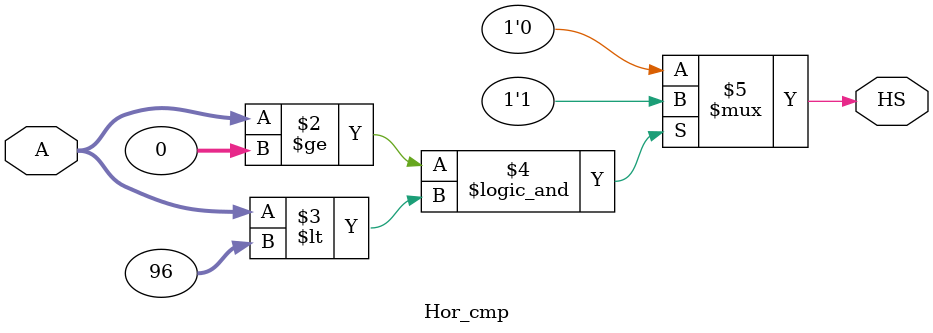
<source format=v>
`timescale 1ns / 1ps


module Hor_cmp(
    input [9:0]A,
    //input clk,
    output reg HS
);

/*always@(A)
begin
    if (A >= 144 && A <= 784)
        assign HS = A;
    else
        A;
end*/

always@(A)
begin
    HS<=(A>=0 && A < 96)? 1'b1:1'b0;
end

endmodule

</source>
